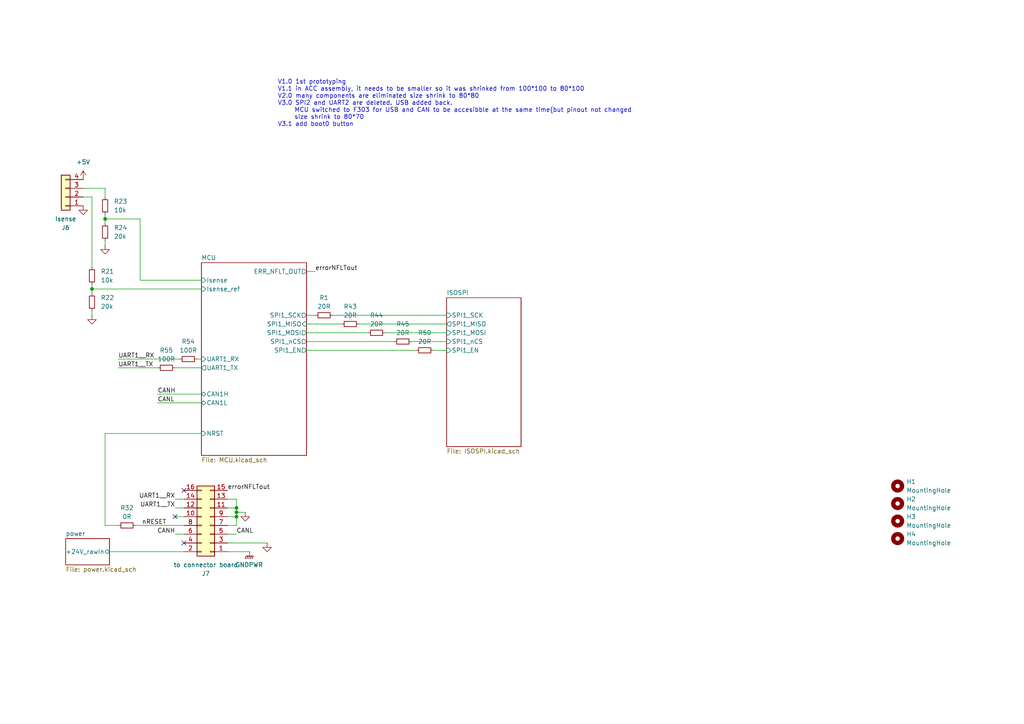
<source format=kicad_sch>
(kicad_sch (version 20231120) (generator "eeschema") (generator_version "8.0")
  (paper "A4")
  (title_block (title "ACC_BMSmaster") (date "2025-06-29") (rev "3.1") (company "NTURacing Team") (comment 1 "Powertrain Group") (comment 2 "Jack Kuo 郭哲明"))
  (lib_symbols
    (symbol "Connector_Generic:Conn_01x04" (pin_names (offset 1.016) hide)
      (property "Reference" "J" (at 0 5.08 0))
      (property "Value" "Conn_01x04" (at 0 -7.62 0))
      (symbol "Conn_01x04_1_1"
        (rectangle (start -1.27 -4.953) (end 0 -5.207) (stroke (width 0.1524)))
        (rectangle (start -1.27 -2.413) (end 0 -2.667) (stroke (width 0.1524)))
        (rectangle (start -1.27 0.127) (end 0 -0.127) (stroke (width 0.1524)))
        (rectangle (start -1.27 2.667) (end 0 2.413) (stroke (width 0.1524)))
        (rectangle (start -1.27 3.81) (end 1.27 -6.35) (stroke (width 0.254)) (fill (type background)))
        (pin passive line (at -5.08 2.54 0) (length 3.81) (name "Pin_1") (number "1"))
        (pin passive line (at -5.08 0 0) (length 3.81) (name "Pin_2") (number "2"))
        (pin passive line (at -5.08 -2.54 0) (length 3.81) (name "Pin_3") (number "3"))
        (pin passive line (at -5.08 -5.08 0) (length 3.81) (name "Pin_4") (number "4"))
      )
    )
    (symbol "Connector_Generic:Conn_02x08_Odd_Even" (pin_names (offset 1.016) hide)
      (property "Reference" "J" (at 1.27 10.16 0))
      (property "Value" "Conn_02x08_Odd_Even" (at 1.27 -12.7 0))
      (symbol "Conn_02x08_Odd_Even_1_1"
        (rectangle (start -1.27 -10.033) (end 0 -10.287) (stroke (width 0.1524)))
        (rectangle (start -1.27 -7.493) (end 0 -7.747) (stroke (width 0.1524)))
        (rectangle (start -1.27 -4.953) (end 0 -5.207) (stroke (width 0.1524)))
        (rectangle (start -1.27 -2.413) (end 0 -2.667) (stroke (width 0.1524)))
        (rectangle (start -1.27 0.127) (end 0 -0.127) (stroke (width 0.1524)))
        (rectangle (start -1.27 2.667) (end 0 2.413) (stroke (width 0.1524)))
        (rectangle (start -1.27 5.207) (end 0 4.953) (stroke (width 0.1524)))
        (rectangle (start -1.27 7.747) (end 0 7.493) (stroke (width 0.1524)))
        (rectangle (start -1.27 8.89) (end 3.81 -11.43) (stroke (width 0.254)) (fill (type background)))
        (rectangle (start 3.81 -10.033) (end 2.54 -10.287) (stroke (width 0.1524)))
        (rectangle (start 3.81 -7.493) (end 2.54 -7.747) (stroke (width 0.1524)))
        (rectangle (start 3.81 -4.953) (end 2.54 -5.207) (stroke (width 0.1524)))
        (rectangle (start 3.81 -2.413) (end 2.54 -2.667) (stroke (width 0.1524)))
        (rectangle (start 3.81 0.127) (end 2.54 -0.127) (stroke (width 0.1524)))
        (rectangle (start 3.81 2.667) (end 2.54 2.413) (stroke (width 0.1524)))
        (rectangle (start 3.81 5.207) (end 2.54 4.953) (stroke (width 0.1524)))
        (rectangle (start 3.81 7.747) (end 2.54 7.493) (stroke (width 0.1524)))
        (pin passive line (at -5.08 7.62 0) (length 3.81) (name "Pin_1") (number "1"))
        (pin passive line (at 7.62 -2.54 180) (length 3.81) (name "Pin_10") (number "10"))
        (pin passive line (at -5.08 -5.08 0) (length 3.81) (name "Pin_11") (number "11"))
        (pin passive line (at 7.62 -5.08 180) (length 3.81) (name "Pin_12") (number "12"))
        (pin passive line (at -5.08 -7.62 0) (length 3.81) (name "Pin_13") (number "13"))
        (pin passive line (at 7.62 -7.62 180) (length 3.81) (name "Pin_14") (number "14"))
        (pin passive line (at -5.08 -10.16 0) (length 3.81) (name "Pin_15") (number "15"))
        (pin passive line (at 7.62 -10.16 180) (length 3.81) (name "Pin_16") (number "16"))
        (pin passive line (at 7.62 7.62 180) (length 3.81) (name "Pin_2") (number "2"))
        (pin passive line (at -5.08 5.08 0) (length 3.81) (name "Pin_3") (number "3"))
        (pin passive line (at 7.62 5.08 180) (length 3.81) (name "Pin_4") (number "4"))
        (pin passive line (at -5.08 2.54 0) (length 3.81) (name "Pin_5") (number "5"))
        (pin passive line (at 7.62 2.54 180) (length 3.81) (name "Pin_6") (number "6"))
        (pin passive line (at -5.08 0 0) (length 3.81) (name "Pin_7") (number "7"))
        (pin passive line (at 7.62 0 180) (length 3.81) (name "Pin_8") (number "8"))
        (pin passive line (at -5.08 -2.54 0) (length 3.81) (name "Pin_9") (number "9"))
      )
    )
    (symbol "Device:R_Small" (pin_numbers hide) (pin_names (offset 0.254) hide)
      (property "Reference" "R" (at 0.762 0.508 0))
      (property "Value" "R_Small" (at 0.762 -1.016 0))
      (symbol "R_Small_0_1"
        (rectangle (start -0.762 1.778) (end 0.762 -1.778) (stroke (width 0.2032)))
      )
      (symbol "R_Small_1_1"
        (pin passive line (at 0 2.54 270) (length 0.762) (name "~") (number "1"))
        (pin passive line (at 0 -2.54 90) (length 0.762) (name "~") (number "2"))
      )
    )
    (symbol "Mechanical:MountingHole" (pin_names (offset 1.016)) (exclude_from_sim yes) (in_bom no)
      (property "Reference" "H" (at 0 5.08 0))
      (property "Value" "MountingHole" (at 0 3.175 0))
      (symbol "MountingHole_0_1"
        (circle (center 0 0) (radius 1.27) (stroke (width 1.27)))
      )
    )
    (symbol "power:+5V" (power) (pin_numbers hide) (pin_names (offset 0) hide)
      (property "Value" "+5V" (at 0 3.556 0))
      (symbol "+5V_0_1"
        (polyline (pts (xy -0.762 1.27) (xy 0 2.54)))
        (polyline (pts (xy 0 0) (xy 0 2.54)))
        (polyline (pts (xy 0 2.54) (xy 0.762 1.27)))
      )
      (symbol "+5V_1_1"
        (pin power_in line (at 0 0 90) (length 0) (name "~") (number "1"))
      )
    )
    (symbol "power:GND" (power) (pin_numbers hide) (pin_names (offset 0) hide)
      (property "Value" "GND" (at 0 -3.81 0))
      (symbol "GND_0_1"
        (polyline (pts (xy 0 0) (xy 0 -1.27) (xy 1.27 -1.27) (xy 0 -2.54) (xy -1.27 -1.27) (xy 0 -1.27)))
      )
      (symbol "GND_1_1"
        (pin power_in line (at 0 0 270) (length 0) (name "~") (number "1"))
      )
    )
    (symbol "power:GNDPWR" (power) (pin_numbers hide) (pin_names (offset 0) hide)
      (property "Value" "GNDPWR" (at 0 -3.302 0))
      (symbol "GNDPWR_0_1"
        (polyline (pts (xy 0 -1.27) (xy 0 0)))
        (polyline (pts (xy -1.016 -1.27) (xy -1.27 -2.032) (xy -1.27 -2.032)) (stroke (width 0.2032)))
        (polyline (pts (xy -0.508 -1.27) (xy -0.762 -2.032) (xy -0.762 -2.032)) (stroke (width 0.2032)))
        (polyline (pts (xy 0 -1.27) (xy -0.254 -2.032) (xy -0.254 -2.032)) (stroke (width 0.2032)))
        (polyline (pts (xy 0.508 -1.27) (xy 0.254 -2.032) (xy 0.254 -2.032)) (stroke (width 0.2032)))
        (polyline (pts (xy 1.016 -1.27) (xy -1.016 -1.27) (xy -1.016 -1.27)) (stroke (width 0.2032)))
        (polyline (pts (xy 1.016 -1.27) (xy 0.762 -2.032) (xy 0.762 -2.032) (xy 0.762 -2.032)) (stroke (width 0.2032)))
      )
      (symbol "GNDPWR_1_1"
        (pin power_in line (at 0 0 270) (length 0) (name "~") (number "1"))
      )
    )
  )
  (junction (at 68.58 149.86))
  (junction (at 68.58 148.59))
  (junction (at 68.58 147.32))
  (junction (at 30.48 63.5))
  (junction (at 26.67 83.82))
  (no_connect (at 50.8 149.86))
  (no_connect (at 53.34 157.48))
  (no_connect (at 53.34 142.24))
  (wire (pts (xy 30.48 125.73) (xy 30.48 152.4)))
  (wire (pts (xy 34.29 106.68) (xy 45.72 106.68)))
  (wire (pts (xy 40.64 63.5) (xy 30.48 63.5)))
  (wire (pts (xy 50.8 149.86) (xy 53.34 149.86)))
  (wire (pts (xy 88.9 93.98) (xy 99.06 93.98)))
  (wire (pts (xy 104.14 93.98) (xy 129.54 93.98)))
  (wire (pts (xy 30.48 152.4) (xy 34.29 152.4)))
  (wire (pts (xy 111.76 96.52) (xy 129.54 96.52)))
  (wire (pts (xy 68.58 148.59) (xy 68.58 149.86)))
  (wire (pts (xy 45.72 116.84) (xy 58.42 116.84)))
  (wire (pts (xy 88.9 96.52) (xy 106.68 96.52)))
  (wire (pts (xy 66.04 160.02) (xy 72.39 160.02)))
  (wire (pts (xy 45.72 114.3) (xy 58.42 114.3)))
  (wire (pts (xy 68.58 147.32) (xy 68.58 148.59)))
  (wire (pts (xy 68.58 144.78) (xy 68.58 147.32)))
  (wire (pts (xy 96.52 91.44) (xy 129.54 91.44)))
  (wire (pts (xy 50.8 144.78) (xy 53.34 144.78)))
  (wire (pts (xy 58.42 125.73) (xy 30.48 125.73)))
  (wire (pts (xy 40.64 81.28) (xy 40.64 63.5)))
  (wire (pts (xy 58.42 81.28) (xy 40.64 81.28)))
  (wire (pts (xy 125.73 101.6) (xy 129.54 101.6)))
  (wire (pts (xy 26.67 91.44) (xy 26.67 90.17)))
  (wire (pts (xy 34.29 104.14) (xy 52.07 104.14)))
  (wire (pts (xy 50.8 147.32) (xy 53.34 147.32)))
  (wire (pts (xy 26.67 83.82) (xy 26.67 82.55)))
  (wire (pts (xy 88.9 99.06) (xy 114.3 99.06)))
  (wire (pts (xy 26.67 83.82) (xy 58.42 83.82)))
  (wire (pts (xy 30.48 63.5) (xy 30.48 62.23)))
  (wire (pts (xy 30.48 71.12) (xy 30.48 69.85)))
  (wire (pts (xy 88.9 78.74) (xy 91.44 78.74)))
  (wire (pts (xy 50.8 154.94) (xy 53.34 154.94)))
  (wire (pts (xy 26.67 77.47) (xy 26.67 57.15)))
  (wire (pts (xy 88.9 91.44) (xy 91.44 91.44)))
  (wire (pts (xy 66.04 157.48) (xy 77.47 157.48)))
  (wire (pts (xy 68.58 152.4) (xy 66.04 152.4)))
  (wire (pts (xy 26.67 57.15) (xy 24.13 57.15)))
  (wire (pts (xy 88.9 101.6) (xy 120.65 101.6)))
  (wire (pts (xy 68.58 147.32) (xy 66.04 147.32)))
  (wire (pts (xy 30.48 54.61) (xy 30.48 57.15)))
  (wire (pts (xy 68.58 144.78) (xy 66.04 144.78)))
  (wire (pts (xy 68.58 149.86) (xy 68.58 152.4)))
  (wire (pts (xy 26.67 85.09) (xy 26.67 83.82)))
  (wire (pts (xy 24.13 54.61) (xy 30.48 54.61)))
  (wire (pts (xy 119.38 99.06) (xy 129.54 99.06)))
  (wire (pts (xy 31.75 160.02) (xy 53.34 160.02)))
  (wire (pts (xy 50.8 106.68) (xy 58.42 106.68)))
  (wire (pts (xy 57.15 104.14) (xy 58.42 104.14)))
  (wire (pts (xy 68.58 149.86) (xy 66.04 149.86)))
  (wire (pts (xy 71.12 148.59) (xy 68.58 148.59)))
  (wire (pts (xy 68.58 154.94) (xy 66.04 154.94)))
  (wire (pts (xy 30.48 64.77) (xy 30.48 63.5)))
  (wire (pts (xy 39.37 152.4) (xy 53.34 152.4)))
  (text "V1.0 1st prototyping\nV1.1 in ACC assembly, it needs to be smaller so it was shrinked from 100*100 to 80*100\nV2.0 many components are eliminated size shrink to 80*80\nV3.0 SPI2 and UART2 are deleted. USB added back.\n     MCU switched to F303 for USB and CAN to be accesibble at the same time(but pinout not changed\n     size shrink to 80*70\nV3.1 add boot0 button" (at 80.518 23.114 0) (effects (font (size 1.27 1.27)) (justify left top)))
  (label "errorNFLTout" (at 91.44 78.74 0))
  (label "nRESET" (at 48.26 152.4 180))
  (label "UART1__TX" (at 34.29 106.68 0))
  (label "CANH" (at 50.8 154.94 180))
  (label "UART1__TX" (at 50.8 147.32 180))
  (label "CANL" (at 45.72 116.84 0))
  (label "UART1__RX" (at 50.8 144.78 180))
  (label "errorNFLTout" (at 66.04 142.24 0))
  (label "UART1__RX" (at 34.29 104.14 0))
  (label "CANH" (at 45.72 114.3 0))
  (label "CANL" (at 68.58 154.94 0))
  (symbol (lib_id "Mechanical:MountingHole") (at 260.35 140.97 0) (unit 1) (exclude_from_sim yes) (in_bom no)
    (property "Reference" "H1" (at 262.89 139.6999 0) (effects (justify left)))
    (property "Value" "MountingHole" (at 262.89 142.2399 0) (effects (justify left)))
    (property "Footprint" "MountingHole:MountingHole_3.2mm_M3" (effects (hide yes)))
    (property "Description" "Mounting Hole without connection" (effects (hide yes)))
  )
  (symbol (lib_id "Mechanical:MountingHole") (at 260.35 151.13 0) (unit 1) (exclude_from_sim yes) (in_bom no)
    (property "Reference" "H3" (at 262.89 149.86 0) (effects (justify left)))
    (property "Value" "MountingHole" (at 262.89 152.4 0) (effects (justify left)))
    (property "Footprint" "MountingHole:MountingHole_3.2mm_M3" (effects (hide yes)))
    (property "Description" "Mounting Hole without connection" (effects (hide yes)))
  )
  (symbol (lib_id "power:GND") (at 24.13 59.69 0) (unit 1)
    (property "Reference" "#PWR065" (effects (hide yes)))
    (property "Value" "GND" (effects (hide yes)))
    (property "Description" "Power symbol creates a global label with name \"GND\" , ground" (effects (hide yes)))
  )
  (symbol (lib_id "power:+5V") (at 24.13 52.07 0) (unit 1)
    (property "Reference" "#PWR066" (effects (hide yes)))
    (property "Value" "+5V" (at 24.13 46.99 0))
    (property "Description" "Power symbol creates a global label with name \"+5V\"" (effects (hide yes)))
  )
  (symbol (lib_id "Device:R_Small") (at 36.83 152.4 90) (unit 1)
    (property "Reference" "R32" (at 36.83 147.32 90))
    (property "Value" "0R" (at 36.83 149.86 90))
    (property "Footprint" "Resistor_SMD:R_0402_1005Metric" (effects (hide yes)))
    (property "Description" "Resistor, small symbol" (effects (hide yes)))
  )
  (symbol (lib_id "Device:R_Small") (at 123.19 101.6 90) (unit 1)
    (property "Reference" "R50" (at 123.19 96.52 90))
    (property "Value" "20R" (at 123.19 99.06 90))
    (property "Footprint" "Resistor_SMD:R_0402_1005Metric" (effects (hide yes)))
    (property "Description" "Resistor, small symbol" (effects (hide yes)))
  )
  (symbol (lib_id "Device:R_Small") (at 109.22 96.52 90) (unit 1)
    (property "Reference" "R44" (at 109.22 91.44 90))
    (property "Value" "20R" (at 109.22 93.98 90))
    (property "Footprint" "Resistor_SMD:R_0402_1005Metric" (effects (hide yes)))
    (property "Description" "Resistor, small symbol" (effects (hide yes)))
  )
  (symbol (lib_id "Connector_Generic:Conn_01x04") (at 19.05 57.15 180) (unit 1)
    (property "Reference" "J6" (at 19.05 66.04 0))
    (property "Value" "Isense" (at 19.05 63.5 0))
    (property "Footprint" "Connector_JST:JST_PH_B4B-PH-K_1x04_P2.00mm_Vertical" (effects (hide yes)))
    (property "Description" "Generic connector, single row, 01x04, script generated (kicad-library-utils/schlib/autogen/connector/)" (effects (hide yes)))
  )
  (symbol (lib_id "power:GND") (at 71.12 148.59 0) (unit 1)
    (property "Reference" "#PWR0103" (effects (hide yes)))
    (property "Value" "GND" (effects (hide yes)))
    (property "Description" "Power symbol creates a global label with name \"GND\" , ground" (effects (hide yes)))
  )
  (symbol (lib_id "Mechanical:MountingHole") (at 260.35 156.21 0) (unit 1) (exclude_from_sim yes) (in_bom no)
    (property "Reference" "H4" (at 262.89 154.9399 0) (effects (justify left)))
    (property "Value" "MountingHole" (at 262.89 157.4799 0) (effects (justify left)))
    (property "Footprint" "MountingHole:MountingHole_3.2mm_M3" (effects (hide yes)))
    (property "Description" "Mounting Hole without connection" (effects (hide yes)))
  )
  (symbol (lib_id "power:GND") (at 30.48 71.12 0) (unit 1)
    (property "Reference" "#PWR064" (effects (hide yes)))
    (property "Value" "GND" (effects (hide yes)))
    (property "Description" "Power symbol creates a global label with name \"GND\" , ground" (effects (hide yes)))
  )
  (symbol (lib_id "Connector_Generic:Conn_02x08_Odd_Even") (at 60.96 152.4 180) (unit 1)
    (property "Reference" "J7" (at 59.69 166.37 0))
    (property "Value" "to connector board" (at 59.69 163.83 0))
    (property "Footprint" "Connector_IDC:IDC-Header_2x08_P2.54mm_Vertical" (effects (hide yes)))
    (property "Description" "Generic connector, double row, 02x08, odd/even pin numbering scheme (row 1 odd numbers, row 2 even numbers), script generated (kicad-library-utils/schlib/autogen/connector/)" (effects (hide yes)))
  )
  (symbol (lib_id "Device:R_Small") (at 30.48 67.31 0) (unit 1)
    (property "Reference" "R24" (at 33.02 66.04 0) (effects (justify left)))
    (property "Value" "20k" (at 33.02 68.58 0) (effects (justify left)))
    (property "Footprint" "Resistor_SMD:R_0402_1005Metric" (effects (hide yes)))
    (property "Description" "Resistor, small symbol" (effects (hide yes)))
  )
  (symbol (lib_id "Device:R_Small") (at 116.84 99.06 90) (unit 1)
    (property "Reference" "R45" (at 116.84 93.98 90))
    (property "Value" "20R" (at 116.84 96.52 90))
    (property "Footprint" "Resistor_SMD:R_0402_1005Metric" (effects (hide yes)))
    (property "Description" "Resistor, small symbol" (effects (hide yes)))
  )
  (symbol (lib_id "Mechanical:MountingHole") (at 260.35 146.05 0) (unit 1) (exclude_from_sim yes) (in_bom no)
    (property "Reference" "H2" (at 262.89 144.78 0) (effects (justify left)))
    (property "Value" "MountingHole" (at 262.89 147.32 0) (effects (justify left)))
    (property "Footprint" "MountingHole:MountingHole_3.2mm_M3" (effects (hide yes)))
    (property "Description" "Mounting Hole without connection" (effects (hide yes)))
  )
  (symbol (lib_id "power:GNDPWR") (at 72.39 160.02 0) (unit 1)
    (property "Reference" "#PWR0106" (effects (hide yes)))
    (property "Value" "GNDPWR" (at 72.263 163.83 0))
    (property "Description" "Power symbol creates a global label with name \"GNDPWR\" , global ground" (effects (hide yes)))
  )
  (symbol (lib_id "power:GND") (at 77.47 157.48 0) (unit 1)
    (property "Reference" "#PWR0104" (effects (hide yes)))
    (property "Value" "GND" (effects (hide yes)))
    (property "Description" "Power symbol creates a global label with name \"GND\" , ground" (effects (hide yes)))
  )
  (symbol (lib_id "Device:R_Small") (at 48.26 106.68 90) (unit 1)
    (property "Reference" "R55" (at 48.26 101.6 90))
    (property "Value" "100R" (at 48.26 104.14 90))
    (property "Footprint" "Resistor_SMD:R_0402_1005Metric" (effects (hide yes)))
    (property "Description" "Resistor, small symbol" (effects (hide yes)))
  )
  (symbol (lib_id "Device:R_Small") (at 26.67 87.63 0) (unit 1)
    (property "Reference" "R22" (at 29.21 86.36 0) (effects (justify left)))
    (property "Value" "20k" (at 29.21 88.9 0) (effects (justify left)))
    (property "Footprint" "Resistor_SMD:R_0402_1005Metric" (effects (hide yes)))
    (property "Description" "Resistor, small symbol" (effects (hide yes)))
  )
  (symbol (lib_id "power:GND") (at 26.67 91.44 0) (unit 1)
    (property "Reference" "#PWR063" (effects (hide yes)))
    (property "Value" "GND" (effects (hide yes)))
    (property "Description" "Power symbol creates a global label with name \"GND\" , ground" (effects (hide yes)))
  )
  (symbol (lib_id "Device:R_Small") (at 54.61 104.14 90) (unit 1)
    (property "Reference" "R54" (at 54.61 99.06 90))
    (property "Value" "100R" (at 54.61 101.6 90))
    (property "Footprint" "Resistor_SMD:R_0402_1005Metric" (effects (hide yes)))
    (property "Description" "Resistor, small symbol" (effects (hide yes)))
  )
  (symbol (lib_id "Device:R_Small") (at 101.6 93.98 90) (unit 1)
    (property "Reference" "R43" (at 101.6 88.9 90))
    (property "Value" "20R" (at 101.6 91.44 90))
    (property "Footprint" "Resistor_SMD:R_0402_1005Metric" (effects (hide yes)))
    (property "Description" "Resistor, small symbol" (effects (hide yes)))
  )
  (symbol (lib_id "Device:R_Small") (at 26.67 80.01 0) (unit 1)
    (property "Reference" "R21" (at 29.21 78.74 0) (effects (justify left)))
    (property "Value" "10k" (at 29.21 81.28 0) (effects (justify left)))
    (property "Footprint" "Resistor_SMD:R_0402_1005Metric" (effects (hide yes)))
    (property "Description" "Resistor, small symbol" (effects (hide yes)))
  )
  (symbol (lib_id "Device:R_Small") (at 30.48 59.69 0) (unit 1)
    (property "Reference" "R23" (at 33.02 58.42 0) (effects (justify left)))
    (property "Value" "10k" (at 33.02 60.96 0) (effects (justify left)))
    (property "Footprint" "Resistor_SMD:R_0402_1005Metric" (effects (hide yes)))
    (property "Description" "Resistor, small symbol" (effects (hide yes)))
  )
  (symbol (lib_id "Device:R_Small") (at 93.98 91.44 90) (unit 1)
    (property "Reference" "R1" (at 93.98 86.36 90))
    (property "Value" "20R" (at 93.98 88.9 90))
    (property "Footprint" "Resistor_SMD:R_0402_1005Metric" (effects (hide yes)))
    (property "Description" "Resistor, small symbol" (effects (hide yes)))
  )
  (sheet (at 19.05 156.21) (size 12.7 7.62) (stroke (width 0.1524))
    (property "Sheetname" "power" (at 19.05 155.4984 0) (effects (justify left bottom)))
    (property "Sheetfile" "power.kicad_sch" (at 19.05 164.4146 0) (effects (justify left top)))
    (pin "+24V_rawIn" bidirectional (at 31.75 160.02 0))
  )
  (sheet (at 129.54 86.36) (size 21.59 43.18) (stroke (width 0.1524))
    (property "Sheetname" "ISOSPI" (at 129.54 85.6484 0) (effects (justify left bottom)))
    (property "Sheetfile" "ISOSPI.kicad_sch" (at 129.54 130.1246 0) (effects (justify left top)))
    (pin "SPI1_MOSI" input (at 129.54 96.52 180))
    (pin "SPI1_EN" input (at 129.54 101.6 180))
    (pin "SPI1_MISO" output (at 129.54 93.98 180))
    (pin "SPI1_SCK" input (at 129.54 91.44 180))
    (pin "SPI1_nCS" input (at 129.54 99.06 180))
  )
  (sheet (at 58.42 76.2) (size 30.48 55.88) (stroke (width 0.1524))
    (property "Sheetname" "MCU" (at 58.42 75.4884 0) (effects (justify left bottom)))
    (property "Sheetfile" "MCU.kicad_sch" (at 58.42 132.6646 0) (effects (justify left top)))
    (pin "Isense" input (at 58.42 81.28 180))
    (pin "SPI1_nCS" output (at 88.9 99.06 0))
    (pin "SPI1_MOSI" output (at 88.9 96.52 0))
    (pin "SPI1_MISO" input (at 88.9 93.98 0))
    (pin "SPI1_SCK" output (at 88.9 91.44 0))
    (pin "Isense_ref" input (at 58.42 83.82 180))
    (pin "UART1_TX" output (at 58.42 106.68 180))
    (pin "UART1_RX" input (at 58.42 104.14 180))
    (pin "CAN1H" bidirectional (at 58.42 114.3 180))
    (pin "CAN1L" bidirectional (at 58.42 116.84 180))
    (pin "SPI1_EN" output (at 88.9 101.6 0))
    (pin "ERR_NFLT_OUT" output (at 88.9 78.74 0))
    (pin "NRST" input (at 58.42 125.73 180))
  )
)
</source>
